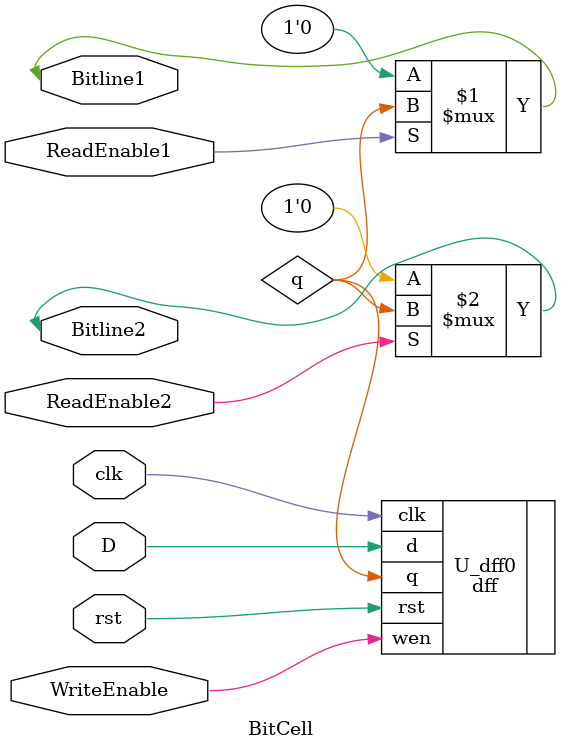
<source format=sv>
module BitCell (
    input clk,  
    input rst, 
    input D, 
    input WriteEnable, 
    input ReadEnable1, 
    input ReadEnable2, 
    inout Bitline1, 
    inout Bitline2
);
    
    wire q;    

    dff U_dff0(.q(q), .d(D), .wen(WriteEnable), .clk(clk), .rst(rst));

    // use 1'b0 for disabled output for simulating tri-state gate
    assign Bitline1 = ReadEnable1 ? q : 1'b0;
    assign Bitline2 = ReadEnable2 ? q : 1'b0;

endmodule
</source>
